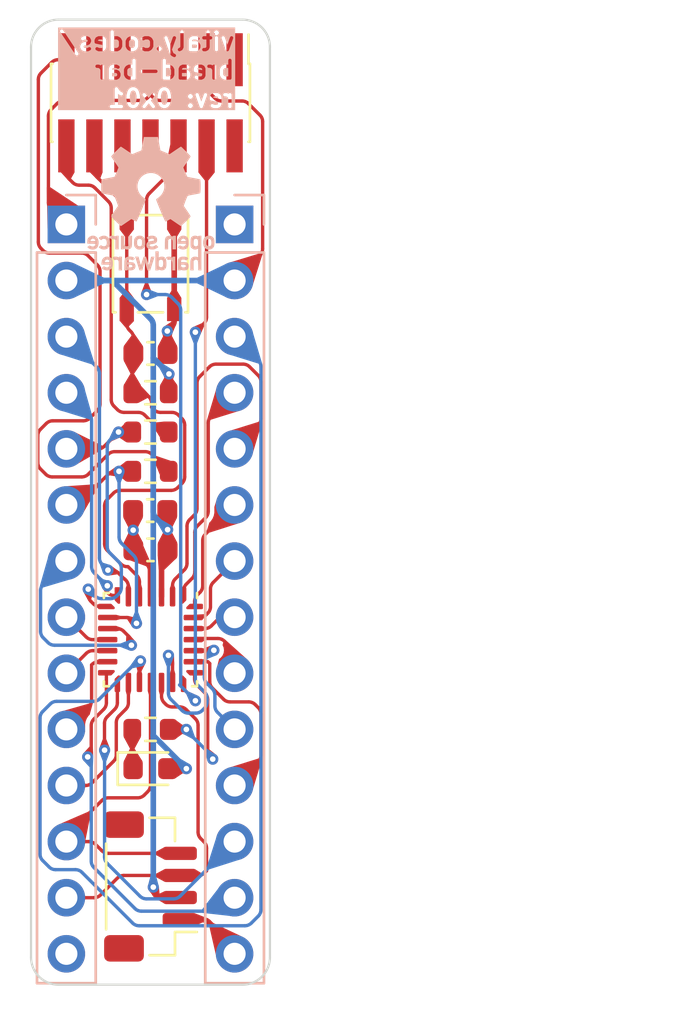
<source format=kicad_pcb>
(kicad_pcb (version 20221018) (generator pcbnew)
  (layers (0 "F.Cu" signal) (1 "In1.Cu" signal) (2 "In2.Cu" signal) (31 "B.Cu" signal) (34 "B.Paste" user) (35 "F.Paste" user) (36 "B.SilkS" user "B.Silkscreen") (37 "F.SilkS" user "F.Silkscreen") (38 "B.Mask" user) (39 "F.Mask" user) (44 "Edge.Cuts" user))
  (net 0 "")
  (net 1 "/~{RST}")
  (net 2 "GND")
  (net 3 "Net-(D1-K)")
  (net 4 "VDD")
  (net 5 "/SWD_IO")
  (net 6 "/SWD_CLK")
  (net 7 "/PA0")
  (net 8 "/PA1")
  (net 9 "/PA2")
  (net 10 "/PA3")
  (net 11 "/PA4")
  (net 12 "/PA5")
  (net 13 "/PA6")
  (net 14 "/PA7")
  (net 15 "/PA8")
  (net 16 "/PB0")
  (net 17 "/PB1")
  (net 18 "/PB3")
  (net 19 "/PB4")
  (net 20 "/PB5")
  (net 21 "/PB6")
  (net 22 "/PB7")
  (net 23 "/PB8")
  (net 24 "Net-(U1-PA15)")
  (net 25 "/I2C_SCL")
  (net 26 "/I2C_SDA")
  (net 27 "/PC6")
  (net 28 "/PC14")
  (net 29 "/PC15")
  (net 35 "Net-(J4-VCP_RX)")
  (net 36 "Net-(J4-VCP_TX)")
  (footprint "Resistor_SMD:R_0603_1608Metric" (layer "F.Cu") (at 76.2 93.98)
    (fp_text reference "R1" hide)
    (fp_text value "1K")
  )
  (footprint "Resistor_SMD:R_0603_1608Metric" (layer "F.Cu") (at 76.2 95.758)
    (fp_text reference "R4" hide)
    (fp_text value "220R")
  )
  (footprint "Connector_PinHeader_1.27mm:PinHeader_2x07_P1.27mm_Vertical_SMD" (layer "F.Cu") (at 76.2 80.854 -90)
    (fp_text reference "J4" hide)
    (fp_text value "Conn_ST_STDC14")
  )
  (footprint "Resistor_SMD:R_0603_1608Metric" (layer "F.Cu") (at 76.2 97.536)
    (fp_text reference "R3" hide)
    (fp_text value "220R")
  )
  (footprint "Resistor_SMD:R_0603_1608Metric" (layer "F.Cu") (at 76.2 109.22 180)
    (fp_text reference "R2" hide)
    (fp_text value "1K")
  )
  (footprint "LED_SMD:LED_0603_1608Metric" (layer "F.Cu") (at 76.2 110.998)
    (fp_text reference "D1" hide)
    (fp_text value "LED")
  )
  (footprint "Button_Switch_SMD:SW_SPST_PTS810" (layer "F.Cu") (at 76.2 88.138 -90)
    (fp_text reference "SW1" hide)
    (fp_text value "Reset")
  )
  (footprint "Capacitor_SMD:C_0603_1608Metric" (layer "F.Cu") (at 76.2 92.202)
    (fp_text reference "C3" hide)
    (fp_text value "1nF")
  )
  (footprint "Capacitor_SMD:C_0603_1608Metric" (layer "F.Cu") (at 76.2 101.092 180)
    (fp_text reference "C1" hide)
    (fp_text value "100nF")
  )
  (footprint "Connector_JST:JST_SH_BM04B-SRSS-TB_1x04-1MP_P1.00mm_Vertical" (layer "F.Cu") (at 76.2 116.332 90)
    (fp_text reference "J1" hide)
    (fp_text value "QWIIC")
  )
  (footprint "Package_DFN_QFN:QFN-28_4x4mm_P0.5mm" (layer "F.Cu") (at 76.2 105.156 -90)
    (fp_text reference "U1" hide)
    (fp_text value "STM32G031G_4-6-8_Ux")
  )
  (footprint "Capacitor_SMD:C_0603_1608Metric" (layer "F.Cu") (at 76.187 99.314 180)
    (fp_text reference "C2" hide)
    (fp_text value "10uF")
  )
  (footprint "Connector_PinHeader_2.54mm:PinHeader_1x14_P2.54mm_Vertical" (layer "B.Cu") (at 72.39 86.36 180)
    (fp_text reference "J2" hide)
    (fp_text value "Left")
  )
  (footprint "Connector_PinHeader_2.54mm:PinHeader_1x14_P2.54mm_Vertical" (layer "B.Cu") (at 80.01 86.36 180)
    (fp_text reference "J3" hide)
    (fp_text value "Right")
  )
  (footprint "Symbol:OSHW-Logo_5.7x6mm_SilkScreen" (layer "B.Cu") (at 76.2254 85.4202 180)
    (fp_text reference "REF**" hide)
    (fp_text value "OSHW-Logo_5.7x6mm_SilkScreen" hide)
  )
  (gr_line (start 81.6102 78.329) (end 81.6102 119.537) (stroke (width 0.1)) (layer "Edge.Cuts"))
  (gr_arc (start 81.6102 119.537) (mid 81.247012 120.413812) (end 80.3702 120.777) (stroke (width 0.1)) (layer "Edge.Cuts"))
  (gr_line (start 70.7898 119.537) (end 70.7898 78.329) (stroke (width 0.1)) (layer "Edge.Cuts"))
  (gr_arc (start 70.7898 78.329) (mid 71.152988 77.452188) (end 72.0298 77.089) (stroke (width 0.1)) (layer "Edge.Cuts"))
  (gr_arc (start 72.0298 120.777) (mid 71.152988 120.413812) (end 70.7898 119.537) (stroke (width 0.1)) (layer "Edge.Cuts"))
  (gr_line (start 72.0298 77.089) (end 80.3702 77.089) (stroke (width 0.1)) (layer "Edge.Cuts"))
  (gr_line (start 80.3702 120.777) (end 72.0298 120.777) (stroke (width 0.1)) (layer "Edge.Cuts"))
  (gr_arc (start 80.3702 77.089) (mid 81.247012 77.452188) (end 81.6102 78.329) (stroke (width 0.1)) (layer "Edge.Cuts"))
  (gr_text "    vitaly.codes/    \n    bread-bar\n    rev: 0x01" (at 82.5246 81.1276) (layer "B.SilkS" knockout) (effects (font (size 0.8 0.8)) (justify left bottom mirror)))
  (segment (start 74.1204 100.81963) (end 74.1204 99.10377) (width 0.1524) (layer "F.Cu") (net 1))
  (segment (start 74.857785 101.730985) (end 74.243415 101.116615) (width 0.1524) (layer "F.Cu") (net 1))
  (segment (start 77.16903 94.869) (end 76.65337 94.869) (width 0.1524) (layer "F.Cu") (net 1))
  (segment (start 75.438 91.51237) (end 75.438 92.189) (width 0.1524) (layer "F.Cu") (net 1))
  (segment (start 77.626385 95.152385) (end 77.466015 94.992015) (width 0.1524) (layer "F.Cu") (net 1))
  (segment (start 76.356385 94.745985) (end 76.2508 94.6404) (width 0.1524) (layer "F.Cu") (net 1))
  (segment (start 76.127785 94.161785) (end 76.069015 94.103015) (width 0.1524) (layer "F.Cu") (net 1))
  (segment (start 77.7494 97.786078) (end 77.7494 95.44937) (width 0.1524) (layer "F.Cu") (net 1))
  (segment (start 74.243415 98.806785) (end 74.527585 98.522615) (width 0.1524) (layer "F.Cu") (net 1))
  (segment (start 73.783015 84.222415) (end 75.001985 85.441385) (width 0.1524) (layer "F.Cu") (net 1))
  (segment (start 75.375 92.252) (end 75.425 92.202) (width 0.1524) (layer "F.Cu") (net 1))
  (segment (start 75.375 93.98) (end 75.375 92.252) (width 0.1524) (layer "F.Cu") (net 1))
  (segment (start 74.82457 98.3996) (end 77.135878 98.3996) (width 0.1524) (layer "F.Cu") (net 1))
  (segment (start 75.7 103.2185) (end 75.7 102.54397) (width 0.1524) (layer "F.Cu") (net 1))
  (segment (start 75.184 101.854) (end 75.15477 101.854) (width 0.1524) (layer "F.Cu") (net 1))
  (segment (start 75.438 92.189) (end 75.425 92.202) (width 0.1524) (layer "F.Cu") (net 1))
  (segment (start 76.2508 94.6404) (end 76.2508 94.45877) (width 0.1524) (layer "F.Cu") (net 1))
  (segment (start 75.125 85.73837) (end 75.125 86.063) (width 0.1524) (layer "F.Cu") (net 1))
  (segment (start 75.125 90.213) (end 75.125 86.063) (width 0.1524) (layer "F.Cu") (net 1))
  (segment (start 75.77203 93.98) (end 75.375 93.98) (width 0.1524) (layer "F.Cu") (net 1))
  (segment (start 77.432863 98.276585) (end 77.626385 98.083063) (width 0.1524) (layer "F.Cu") (net 1))
  (segment (start 75.248015 91.148415) (end 75.314985 91.215385) (width 0.1524) (layer "F.Cu") (net 1))
  (segment (start 75.576985 102.246985) (end 75.184 101.854) (width 0.1524) (layer "F.Cu") (net 1))
  (segment (start 73.66 82.804) (end 73.66 83.92543) (width 0.1524) (layer "F.Cu") (net 1))
  (segment (start 75.125 90.213) (end 75.125 90.85143) (width 0.1524) (layer "F.Cu") (net 1))
  (arc (start 73.66 83.92543) (mid 73.691971 84.086157) (end 73.783015 84.222415) (width 0.1524) (layer "F.Cu") (net 1))
  (arc (start 77.7494 97.786078) (mid 77.717429 97.946805) (end 77.626385 98.083063) (width 0.1524) (layer "F.Cu") (net 1))
  (arc (start 76.2508 94.45877) (mid 76.218829 94.298043) (end 76.127785 94.161785) (width 0.1524) (layer "F.Cu") (net 1))
  (arc (start 75.438 91.51237) (mid 75.406029 91.351643) (end 75.314985 91.215385) (width 0.1524) (layer "F.Cu") (net 1))
  (arc (start 74.243415 98.806785) (mid 74.15237 98.943043) (end 74.1204 99.10377) (width 0.1524) (layer "F.Cu") (net 1))
  (arc (start 74.857785 101.730985) (mid 74.994043 101.82203) (end 75.15477 101.854) (width 0.1524) (layer "F.Cu") (net 1))
  (arc (start 74.82457 98.3996) (mid 74.663843 98.431571) (end 74.527585 98.522615) (width 0.1524) (layer "F.Cu") (net 1))
  (arc (start 74.1204 100.81963) (mid 74.152371 100.980357) (end 74.243415 101.116615) (width 0.1524) (layer "F.Cu") (net 1))
  (arc (start 76.65337 94.869) (mid 76.492643 94.837029) (end 76.356385 94.745985) (width 0.1524) (layer "F.Cu") (net 1))
  (arc (start 75.125 85.73837) (mid 75.093029 85.577643) (end 75.001985 85.441385) (width 0.1524) (layer "F.Cu") (net 1))
  (arc (start 75.125 90.85143) (mid 75.156971 91.012157) (end 75.248015 91.148415) (width 0.1524) (layer "F.Cu") (net 1))
  (arc (start 77.7494 95.44937) (mid 77.717429 95.288643) (end 77.626385 95.152385) (width 0.1524) (layer "F.Cu") (net 1))
  (arc (start 75.7 102.54397) (mid 75.668029 102.383243) (end 75.576985 102.246985) (width 0.1524) (layer "F.Cu") (net 1))
  (arc (start 77.135878 98.3996) (mid 77.296605 98.367629) (end 77.432863 98.276585) (width 0.1524) (layer "F.Cu") (net 1))
  (arc (start 75.77203 93.98) (mid 75.932757 94.011971) (end 76.069015 94.103015) (width 0.1524) (layer "F.Cu") (net 1))
  (arc (start 77.16903 94.869) (mid 77.329757 94.900971) (end 77.466015 94.992015) (width 0.1524) (layer "F.Cu") (net 1))
  (segment (start 76.076985 101.730985) (end 75.438 101.092) (width 0.254) (layer "F.Cu") (net 2))
  (segment (start 75.412 100.196854) (end 75.412 99.314) (width 0.254) (layer "F.Cu") (net 2))
  (segment (start 77.47 80.5434) (end 77.47 78.904) (width 0.1524) (layer "F.Cu") (net 2))
  (segment (start 78.839015 117.955015) (end 79.886985 119.002985) (width 0.254) (layer "F.Cu") (net 2))
  (segment (start 76.62797 80.7466) (end 77.09283 80.7466) (width 0.1524) (layer "F.Cu") (net 2))
  (segment (start 80.01 119.29997) (end 80.01 119.38) (width 0.254) (layer "F.Cu") (net 2))
  (segment (start 77.525 117.832) (end 78.54203 117.832) (width 0.254) (layer "F.Cu") (net 2))
  (segment (start 75.412 101.079) (end 75.425 101.092) (width 0.254) (layer "F.Cu") (net 2))
  (segment (start 77.275 90.213) (end 77.275 86.063) (width 0.254) (layer "F.Cu") (net 2))
  (segment (start 77.275 90.69903) (end 77.275 90.213) (width 0.254) (layer "F.Cu") (net 2))
  (segment (start 76.975 91.199) (end 76.975 92.202) (width 0.254) (layer "F.Cu") (net 2))
  (segment (start 75.415971 100.200825) (end 75.412 100.196854) (width 0.254) (layer "F.Cu") (net 2))
  (segment (start 71.5772 81.45397) (end 71.5772 85.37323) (width 0.1524) (layer "F.Cu") (net 2))
  (segment (start 75.415971 100.200825) (end 75.412 100.204796) (width 0.254) (layer "F.Cu") (net 2))
  (segment (start 76.962 91.186) (end 76.975 91.199) (width 0.254) (layer "F.Cu") (net 2))
  (segment (start 76.2 80.4926) (end 76.330985 80.623585) (width 0.1524) (layer "F.Cu") (net 2))
  (segment (start 76.069015 80.623585) (end 76.2 80.4926) (width 0.1524) (layer "F.Cu") (net 2))
  (segment (start 76.962 91.186) (end 77.151985 90.996015) (width 0.254) (layer "F.Cu") (net 2))
  (segment (start 76.2 103.2185) (end 76.2 102.02797) (width 0.254) (layer "F.Cu") (net 2))
  (segment (start 75.412 100.204796) (end 75.412 101.079) (width 0.254) (layer "F.Cu") (net 2))
  (segment (start 76.2 80.4164) (end 76.2 78.904) (width 0.1524) (layer "F.Cu") (net 2))
  (segment (start 71.962185 80.895015) (end 71.700215 81.156985) (width 0.1524) (layer "F.Cu") (net 2))
  (segment (start 73.66 80.5322) (end 73.751385 80.623585) (width 0.1524) (layer "F.Cu") (net 2))
  (segment (start 71.700215 85.670215) (end 72.39 86.36) (width 0.1524) (layer "F.Cu") (net 2))
  (segment (start 73.66 80.5322) (end 73.543215 80.648985) (width 0.1524) (layer "F.Cu") (net 2))
  (segment (start 73.66 78.904) (end 73.66 80.5322) (width 0.1524) (layer "F.Cu") (net 2))
  (segment (start 75.438 101.092) (end 75.425 101.092) (width 0.254) (layer "F.Cu") (net 2))
  (segment (start 74.04837 80.7466) (end 75.77203 80.7466) (width 0.1524) (layer "F.Cu") (net 2))
  (segment (start 73.24623 80.772) (end 72.25917 80.772) (width 0.1524) (layer "F.Cu") (net 2))
  (segment (start 77.389815 80.623585) (end 77.47 80.5434) (width 0.1524) (layer "F.Cu") (net 2))
  (segment (start 76.2 80.4926) (end 76.2 80.4164) (width 0.1524) (layer "F.Cu") (net 2))
  (via (at 76.962 91.186) (size 0.508) (drill 0.254) (layers "F.Cu" "B.Cu") (net 2))
  (via (at 75.415971 100.200825) (size 0.508) (drill 0.254) (layers "F.Cu" "B.Cu") (net 2))
  (arc (start 76.2 102.02797) (mid 76.168029 101.867243) (end 76.076985 101.730985) (width 0.254) (layer "F.Cu") (net 2))
  (arc (start 75.77203 80.7466) (mid 75.932757 80.714629) (end 76.069015 80.623585) (width 0.1524) (layer "F.Cu") (net 2))
  (arc (start 78.839015 117.955015) (mid 78.702757 117.86397) (end 78.54203 117.832) (width 0.254) (layer "F.Cu") (net 2))
  (arc (start 74.04837 80.7466) (mid 73.887643 80.714629) (end 73.751385 80.623585) (width 0.1524) (layer "F.Cu") (net 2))
  (arc (start 73.24623 80.772) (mid 73.406957 80.740029) (end 73.543215 80.648985) (width 0.1524) (layer "F.Cu") (net 2))
  (arc (start 77.389815 80.623585) (mid 77.253557 80.71463) (end 77.09283 80.7466) (width 0.1524) (layer "F.Cu") (net 2))
  (arc (start 77.151985 90.996015) (mid 77.24303 90.859757) (end 77.275 90.69903) (width 0.254) (layer "F.Cu") (net 2))
  (arc (start 71.700215 85.670215) (mid 71.60917 85.533957) (end 71.5772 85.37323) (width 0.1524) (layer "F.Cu") (net 2))
  (arc (start 80.01 119.29997) (mid 79.978029 119.139243) (end 79.886985 119.002985) (width 0.254) (layer "F.Cu") (net 2))
  (arc (start 71.700215 81.156985) (mid 71.60917 81.293243) (end 71.5772 81.45397) (width 0.1524) (layer "F.Cu") (net 2))
  (arc (start 76.62797 80.7466) (mid 76.467243 80.714629) (end 76.330985 80.623585) (width 0.1524) (layer "F.Cu") (net 2))
  (arc (start 72.25917 80.772) (mid 72.098443 80.803971) (end 71.962185 80.895015) (width 0.1524) (layer "F.Cu") (net 2))
  (segment (start 75.375 110.9605) (end 75.4125 110.998) (width 0.2032) (layer "F.Cu") (net 3))
  (segment (start 75.375 109.22) (end 75.375 110.9605) (width 0.2032) (layer "F.Cu") (net 3))
  (segment (start 76.962 99.314) (end 76.962 100.1646) (width 0.254) (layer "F.Cu") (net 4))
  (segment (start 78.74 78.904) (end 78.74 80.09003) (width 0.1524) (layer "F.Cu") (net 4))
  (segment (start 78.863015 80.387015) (end 79.124985 80.648985) (width 0.1524) (layer "F.Cu") (net 4))
  (segment (start 76.975 99.327) (end 76.962 99.314) (width 0.254) (layer "F.Cu") (net 4))
  (segment (start 77.025 93.98) (end 77.025 93.1437) (width 0.2032) (layer "F.Cu") (net 4))
  (segment (start 77.025 93.1437) (end 77.0382 93.1305) (width 0.2032) (layer "F.Cu") (net 4))
  (segment (start 76.450015 116.734415) (end 76.5476 116.832) (width 0.254) (layer "F.Cu") (net 4))
  (segment (start 76.962 100.1646) (end 76.975 100.1776) (width 0.254) (layer "F.Cu") (net 4))
  (segment (start 77.8256 110.998) (end 76.9875 110.998) (width 0.2032) (layer "F.Cu") (net 4))
  (segment (start 79.42197 80.772) (end 80.34403 80.772) (width 0.1524) (layer "F.Cu") (net 4))
  (segment (start 76.327 116.3617) (end 76.327 116.43743) (width 0.254) (layer "F.Cu") (net 4))
  (segment (start 76.975 101.15903) (end 76.975 101.092) (width 0.254) (layer "F.Cu") (net 4))
  (segment (start 76.7 103.2185) (end 76.7 101.78197) (width 0.254) (layer "F.Cu") (net 4))
  (segment (start 81.156985 87.753015) (end 80.01 88.9) (width 0.1524) (layer "F.Cu") (net 4))
  (segment (start 76.975 101.092) (end 76.975 99.327) (width 0.254) (layer "F.Cu") (net 4))
  (segment (start 80.641015 80.895015) (end 81.156985 81.410985) (width 0.1524) (layer "F.Cu") (net 4))
  (segment (start 76.823015 101.484985) (end 76.851985 101.456015) (width 0.254) (layer "F.Cu") (net 4))
  (segment (start 81.28 81.70797) (end 81.28 87.45603) (width 0.1524) (layer "F.Cu") (net 4))
  (segment (start 76.5476 116.832) (end 77.525 116.832) (width 0.254) (layer "F.Cu") (net 4))
  (via (at 77.8256 110.998) (size 0.508) (drill 0.254) (layers "F.Cu" "B.Cu") (net 4))
  (via (at 77.0382 93.1305) (size 0.508) (drill 0.254) (layers "F.Cu" "B.Cu") (net 4))
  (via (at 76.975 100.1776) (size 0.508) (drill 0.254) (layers "F.Cu" "B.Cu") (net 4))
  (via (at 76.327 116.3617) (size 0.508) (drill 0.254) (layers "F.Cu" "B.Cu") (net 4))
  (arc (start 76.851985 101.456015) (mid 76.94303 101.319757) (end 76.975 101.15903) (width 0.254) (layer "F.Cu") (net 4))
  (arc (start 78.74 80.09003) (mid 78.771971 80.250757) (end 78.863015 80.387015) (width 0.1524) (layer "F.Cu") (net 4))
  (arc (start 79.124985 80.648985) (mid 79.261243 80.74003) (end 79.42197 80.772) (width 0.1524) (layer "F.Cu") (net 4))
  (arc (start 81.156985 81.410985) (mid 81.24803 81.547243) (end 81.28 81.70797) (width 0.1524) (layer "F.Cu") (net 4))
  (arc (start 76.450015 116.734415) (mid 76.35897 116.598157) (end 76.327 116.43743) (width 0.254) (layer "F.Cu") (net 4))
  (arc (start 80.641015 80.895015) (mid 80.504757 80.80397) (end 80.34403 80.772) (width 0.1524) (layer "F.Cu") (net 4))
  (arc (start 76.7 101.78197) (mid 76.731971 101.621243) (end 76.823015 101.484985) (width 0.254) (layer "F.Cu") (net 4))
  (arc (start 81.28 87.45603) (mid 81.248029 87.616757) (end 81.156985 87.753015) (width 0.1524) (layer "F.Cu") (net 4))
  (segment (start 80.01 88.9) (end 72.39 88.9) (width 0.254) (layer "B.Cu") (net 4))
  (segment (start 76.327 109.474) (end 76.327 116.3617) (width 0.254) (layer "B.Cu") (net 4))
  (segment (start 77.0382 93.1164) (end 76.327 92.4052) (width 0.254) (layer "B.Cu") (net 4))
  (segment (start 76.327 99.35563) (end 76.327 97.028) (width 0.254) (layer "B.Cu") (net 4))
  (segment (start 76.327 109.4994) (end 76.327 109.474) (width 0.254) (layer "B.Cu") (net 4))
  (segment (start 77.0382 93.1305) (end 77.0382 93.1164) (width 0.2032) (layer "B.Cu") (net 4))
  (segment (start 76.327 109.474) (end 76.327 97.028) (width 0.254) (layer "B.Cu") (net 4))
  (segment (start 76.975 100.1776) (end 76.450015 99.652615) (width 0.254) (layer "B.Cu") (net 4))
  (segment (start 76.327 92.4052) (end 76.327 90.92817) (width 0.254) (layer "B.Cu") (net 4))
  (segment (start 77.8256 110.998) (end 76.327 109.4994) (width 0.254) (layer "B.Cu") (net 4))
  (segment (start 76.203985 90.631185) (end 74.595815 89.023015) (width 0.254) (layer "B.Cu") (net 4))
  (segment (start 76.327 97.028) (end 76.327 92.4052) (width 0.254) (layer "B.Cu") (net 4))
  (segment (start 74.29883 88.9) (end 72.39 88.9) (width 0.254) (layer "B.Cu") (net 4))
  (arc (start 76.327 90.92817) (mid 76.295029 90.767443) (end 76.203985 90.631185) (width 0.254) (layer "B.Cu") (net 4))
  (arc (start 74.595815 89.023015) (mid 74.459557 88.93197) (end 74.29883 88.9) (width 0.254) (layer "B.Cu") (net 4))
  (arc (start 76.327 99.35563) (mid 76.358971 99.516357) (end 76.450015 99.652615) (width 0.254) (layer "B.Cu") (net 4))
  (segment (start 77.0128 105.8672) (end 77.076985 105.931385) (width 0.1524) (layer "F.Cu") (net 5))
  (segment (start 78.74 90.55483) (end 78.74 82.804) (width 0.1524) (layer "F.Cu") (net 5))
  (segment (start 77.2 106.22837) (end 77.2 107.0935) (width 0.1524) (layer "F.Cu") (net 5))
  (segment (start 78.232 91.2368) (end 78.616985 90.851815) (width 0.1524) (layer "F.Cu") (net 5))
  (via (at 77.0128 105.8672) (size 0.508) (drill 0.254) (layers "F.Cu" "B.Cu") (net 5))
  (via (at 78.232 91.2368) (size 0.508) (drill 0.254) (layers "F.Cu" "B.Cu") (net 5))
  (arc (start 77.076985 105.931385) (mid 77.16803 106.067643) (end 77.2 106.22837) (width 0.1524) (layer "F.Cu") (net 5))
  (arc (start 78.74 90.55483) (mid 78.708029 90.715557) (end 78.616985 90.851815) (width 0.1524) (layer "F.Cu") (net 5))
  (segment (start 78.7654 107.81917) (end 78.7654 107.967755) (width 0.1524) (layer "B.Cu") (net 5))
  (segment (start 77.626385 108.360385) (end 77.135815 107.869815) (width 0.1524) (layer "B.Cu") (net 5))
  (segment (start 78.355015 107.234815) (end 78.642385 107.522185) (width 0.1524) (layer "B.Cu") (net 5))
  (segment (start 78.642385 108.26474) (end 78.54674 108.360385) (width 0.1524) (layer "B.Cu") (net 5))
  (segment (start 78.249755 108.4834) (end 77.92337 108.4834) (width 0.1524) (layer "B.Cu") (net 5))
  (segment (start 78.232 91.2368) (end 78.232 106.93783) (width 0.1524) (layer "B.Cu") (net 5))
  (segment (start 77.0128 107.57283) (end 77.0128 105.8672) (width 0.1524) (layer "B.Cu") (net 5))
  (arc (start 77.135815 107.869815) (mid 77.04477 107.733557) (end 77.0128 107.57283) (width 0.1524) (layer "B.Cu") (net 5))
  (arc (start 78.249755 108.4834) (mid 78.410482 108.451429) (end 78.54674 108.360385) (width 0.1524) (layer "B.Cu") (net 5))
  (arc (start 78.355015 107.234815) (mid 78.26397 107.098557) (end 78.232 106.93783) (width 0.1524) (layer "B.Cu") (net 5))
  (arc (start 77.92337 108.4834) (mid 77.762643 108.451429) (end 77.626385 108.360385) (width 0.1524) (layer "B.Cu") (net 5))
  (arc (start 78.642385 107.522185) (mid 78.73343 107.658443) (end 78.7654 107.81917) (width 0.1524) (layer "B.Cu") (net 5))
  (arc (start 78.7654 107.967755) (mid 78.733429 108.128482) (end 78.642385 108.26474) (width 0.1524) (layer "B.Cu") (net 5))
  (segment (start 77.47 82.804) (end 77.47 83.46003) (width 0.1524) (layer "F.Cu") (net 6))
  (segment (start 76.0222 85.25577) (end 76.0222 89.535) (width 0.1524) (layer "F.Cu") (net 6))
  (segment (start 77.7 107.21493) (end 77.7 107.1535) (width 0.1524) (layer "F.Cu") (net 6))
  (segment (start 77.346985 83.757015) (end 76.145215 84.958785) (width 0.1524) (layer "F.Cu") (net 6))
  (segment (start 78.234204 107.923104) (end 77.823015 107.511915) (width 0.1524) (layer "F.Cu") (net 6))
  (via (at 78.234204 107.923104) (size 0.508) (drill 0.254) (layers "F.Cu" "B.Cu") (net 6))
  (via (at 76.0222 89.535) (size 0.508) (drill 0.254) (layers "F.Cu" "B.Cu") (net 6))
  (arc (start 76.145215 84.958785) (mid 76.05417 85.095043) (end 76.0222 85.25577) (width 0.1524) (layer "F.Cu") (net 6))
  (arc (start 77.346985 83.757015) (mid 77.43803 83.620757) (end 77.47 83.46003) (width 0.1524) (layer "F.Cu") (net 6))
  (arc (start 77.7 107.21493) (mid 77.731971 107.375657) (end 77.823015 107.511915) (width 0.1524) (layer "F.Cu") (net 6))
  (segment (start 77.5684 107.1621) (end 77.5684 90.23917) (width 0.1524) (layer "B.Cu") (net 6))
  (segment (start 76.86423 89.535) (end 76.0222 89.535) (width 0.1524) (layer "B.Cu") (net 6))
  (segment (start 77.5208 107.2097) (end 77.5684 107.1621) (width 0.1524) (layer "B.Cu") (net 6))
  (segment (start 78.234204 107.923104) (end 77.5208 107.2097) (width 0.1524) (layer "B.Cu") (net 6))
  (segment (start 77.445385 89.942185) (end 77.161215 89.658015) (width 0.1524) (layer "B.Cu") (net 6))
  (arc (start 77.5684 90.23917) (mid 77.536429 90.078443) (end 77.445385 89.942185) (width 0.1524) (layer "B.Cu") (net 6))
  (arc (start 76.86423 89.535) (mid 77.024957 89.566971) (end 77.161215 89.658015) (width 0.1524) (layer "B.Cu") (net 6))
  (segment (start 74.271932 102.01008) (end 74.439142 102.01008) (width 0.1524) (layer "F.Cu") (net 7))
  (segment (start 75.0284 102.4096) (end 75.076985 102.458185) (width 0.1524) (layer "F.Cu") (net 7))
  (segment (start 75.012632 102.4096) (end 75.0284 102.4096) (width 0.1524) (layer "F.Cu") (net 7))
  (segment (start 74.736127 102.133095) (end 75.012632 102.4096) (width 0.1524) (layer "F.Cu") (net 7))
  (segment (start 75.2 102.75517) (end 75.2 103.2185) (width 0.1524) (layer "F.Cu") (net 7))
  (via (at 74.271932 102.01008) (size 0.508) (drill 0.254) (layers "F.Cu" "B.Cu") (net 7))
  (arc (start 74.439142 102.01008) (mid 74.599869 102.042051) (end 74.736127 102.133095) (width 0.1524) (layer "F.Cu") (net 7))
  (arc (start 75.2 102.75517) (mid 75.168029 102.594443) (end 75.076985 102.458185) (width 0.1524) (layer "F.Cu") (net 7))
  (segment (start 73.765585 92.815585) (end 72.39 91.44) (width 0.1524) (layer "B.Cu") (net 7))
  (segment (start 73.8886 101.452778) (end 73.8886 93.11257) (width 0.1524) (layer "B.Cu") (net 7))
  (segment (start 74.271932 102.01008) (end 74.011615 101.749763) (width 0.1524) (layer "B.Cu") (net 7))
  (arc (start 74.011615 101.749763) (mid 73.92057 101.613505) (end 73.8886 101.452778) (width 0.1524) (layer "B.Cu") (net 7))
  (arc (start 73.765585 92.815585) (mid 73.85663 92.951843) (end 73.8886 93.11257) (width 0.1524) (layer "B.Cu") (net 7))
  (segment (start 74.2442 103.0224) (end 74.257285 103.035485) (width 0.1524) (layer "F.Cu") (net 8))
  (segment (start 74.55427 103.1585) (end 74.7 103.1585) (width 0.1524) (layer "F.Cu") (net 8))
  (segment (start 74.2442 102.7176) (end 74.2442 103.0224) (width 0.1524) (layer "F.Cu") (net 8))
  (via (at 74.2442 102.7176) (size 0.508) (drill 0.254) (layers "F.Cu" "B.Cu") (net 8))
  (arc (start 74.55427 103.1585) (mid 74.393543 103.126529) (end 74.257285 103.035485) (width 0.1524) (layer "F.Cu") (net 8))
  (segment (start 73.533 101.846288) (end 73.533 95.24617) (width 0.1524) (layer "B.Cu") (net 8))
  (segment (start 74.2442 102.7176) (end 74.230342 102.7176) (width 0.1524) (layer "B.Cu") (net 8))
  (segment (start 72.4408 93.98) (end 72.39 93.98) (width 0.1524) (layer "B.Cu") (net 8))
  (segment (start 73.409985 94.949185) (end 72.4408 93.98) (width 0.1524) (layer "B.Cu") (net 8))
  (segment (start 74.230342 102.7176) (end 73.656015 102.143273) (width 0.1524) (layer "B.Cu") (net 8))
  (arc (start 73.533 101.846288) (mid 73.564971 102.007015) (end 73.656015 102.143273) (width 0.1524) (layer "B.Cu") (net 8))
  (arc (start 73.409985 94.949185) (mid 73.50103 95.085443) (end 73.533 95.24617) (width 0.1524) (layer "B.Cu") (net 8))
  (segment (start 74.7522 95.758) (end 74.113215 96.396985) (width 0.1524) (layer "F.Cu") (net 9))
  (segment (start 73.90877 103.656) (end 74.2025 103.656) (width 0.1524) (layer "F.Cu") (net 9))
  (segment (start 74.7522 95.758) (end 75.375 95.758) (width 0.1524) (layer "F.Cu") (net 9))
  (segment (start 73.503615 103.424815) (end 73.611785 103.532985) (width 0.1524) (layer "F.Cu") (net 9))
  (segment (start 73.3806 102.87) (end 73.3806 103.12783) (width 0.1524) (layer "F.Cu") (net 9))
  (segment (start 73.81623 96.52) (end 72.39 96.52) (width 0.1524) (layer "F.Cu") (net 9))
  (via (at 74.7522 95.758) (size 0.508) (drill 0.254) (layers "F.Cu" "B.Cu") (net 9))
  (via (at 73.3806 102.87) (size 0.508) (drill 0.254) (layers "F.Cu" "B.Cu") (net 9))
  (arc (start 73.90877 103.656) (mid 73.748043 103.624029) (end 73.611785 103.532985) (width 0.1524) (layer "F.Cu") (net 9))
  (arc (start 73.503615 103.424815) (mid 73.41257 103.288557) (end 73.3806 103.12783) (width 0.1524) (layer "F.Cu") (net 9))
  (arc (start 73.81623 96.52) (mid 73.976957 96.488029) (end 74.113215 96.396985) (width 0.1524) (layer "F.Cu") (net 9))
  (segment (start 73.689385 103.178785) (end 73.3806 102.87) (width 0.1524) (layer "B.Cu") (net 9))
  (segment (start 74.7522 95.758) (end 74.7268 95.758) (width 0.1524) (layer "B.Cu") (net 9))
  (segment (start 74.364015 101.237215) (end 74.756185 101.629385) (width 0.1524) (layer "B.Cu") (net 9))
  (segment (start 74.756185 103.094615) (end 74.672015 103.178785) (width 0.1524) (layer "B.Cu") (net 9))
  (segment (start 74.8792 101.92637) (end 74.8792 102.79763) (width 0.1524) (layer "B.Cu") (net 9))
  (segment (start 74.37503 103.3018) (end 73.98637 103.3018) (width 0.1524) (layer "B.Cu") (net 9))
  (segment (start 74.241 96.41777) (end 74.241 100.94023) (width 0.1524) (layer "B.Cu") (net 9))
  (segment (start 74.7268 95.758) (end 74.364015 96.120785) (width 0.1524) (layer "B.Cu") (net 9))
  (arc (start 74.364015 96.120785) (mid 74.27297 96.257043) (end 74.241 96.41777) (width 0.1524) (layer "B.Cu") (net 9))
  (arc (start 73.689385 103.178785) (mid 73.825643 103.26983) (end 73.98637 103.3018) (width 0.1524) (layer "B.Cu") (net 9))
  (arc (start 74.8792 102.79763) (mid 74.847229 102.958357) (end 74.756185 103.094615) (width 0.1524) (layer "B.Cu") (net 9))
  (arc (start 74.8792 101.92637) (mid 74.847229 101.765643) (end 74.756185 101.629385) (width 0.1524) (layer "B.Cu") (net 9))
  (arc (start 74.241 100.94023) (mid 74.272971 101.100957) (end 74.364015 101.237215) (width 0.1524) (layer "B.Cu") (net 9))
  (arc (start 74.37503 103.3018) (mid 74.535757 103.269829) (end 74.672015 103.178785) (width 0.1524) (layer "B.Cu") (net 9))
  (segment (start 75.565 104.4194) (end 75.424615 104.279015) (width 0.1524) (layer "F.Cu") (net 10))
  (segment (start 75.12763 104.156) (end 74.2625 104.156) (width 0.1524) (layer "F.Cu") (net 10))
  (segment (start 74.298985 97.659015) (end 73.021015 98.936985) (width 0.1524) (layer "F.Cu") (net 10))
  (segment (start 75.375 97.536) (end 74.59597 97.536) (width 0.1524) (layer "F.Cu") (net 10))
  (segment (start 72.72403 99.06) (end 72.39 99.06) (width 0.1524) (layer "F.Cu") (net 10))
  (via (at 74.7739 97.536) (size 0.508) (drill 0.254) (layers "F.Cu" "B.Cu") (net 10))
  (via (at 75.565 104.4194) (size 0.508) (drill 0.254) (layers "F.Cu" "B.Cu") (net 10))
  (arc (start 73.021015 98.936985) (mid 72.884757 99.02803) (end 72.72403 99.06) (width 0.1524) (layer "F.Cu") (net 10))
  (arc (start 75.424615 104.279015) (mid 75.288357 104.18797) (end 75.12763 104.156) (width 0.1524) (layer "F.Cu") (net 10))
  (arc (start 74.298985 97.659015) (mid 74.435243 97.56797) (end 74.59597 97.536) (width 0.1524) (layer "F.Cu") (net 10))
  (segment (start 75.441985 101.349985) (end 74.900615 100.808615) (width 0.1524) (layer "B.Cu") (net 10))
  (segment (start 74.7776 100.51163) (end 74.7776 97.5397) (width 0.1524) (layer "B.Cu") (net 10))
  (segment (start 74.7776 97.5397) (end 74.7739 97.536) (width 0.1524) (layer "B.Cu") (net 10))
  (segment (start 75.565 104.4194) (end 75.565 101.64697) (width 0.1524) (layer "B.Cu") (net 10))
  (arc (start 75.565 101.64697) (mid 75.533029 101.486243) (end 75.441985 101.349985) (width 0.1524) (layer "B.Cu") (net 10))
  (arc (start 74.7776 100.51163) (mid 74.809571 100.672357) (end 74.900615 100.808615) (width 0.1524) (layer "B.Cu") (net 10))
  (segment (start 75.213385 105.007585) (end 74.984815 104.779015) (width 0.1524) (layer "F.Cu") (net 11))
  (segment (start 75.3364 105.41) (end 75.3364 105.30457) (width 0.1524) (layer "F.Cu") (net 11))
  (segment (start 74.68783 104.656) (end 74.2625 104.656) (width 0.1524) (layer "F.Cu") (net 11))
  (via (at 75.3364 105.41) (size 0.508) (drill 0.254) (layers "F.Cu" "B.Cu") (net 11))
  (arc (start 75.3364 105.30457) (mid 75.304429 105.143843) (end 75.213385 105.007585) (width 0.1524) (layer "F.Cu") (net 11))
  (arc (start 74.68783 104.656) (mid 74.848557 104.687971) (end 74.984815 104.779015) (width 0.1524) (layer "F.Cu") (net 11))
  (segment (start 71.2216 104.77883) (end 71.2216 102.94237) (width 0.1524) (layer "B.Cu") (net 11))
  (segment (start 71.555785 105.286985) (end 71.344615 105.075815) (width 0.1524) (layer "B.Cu") (net 11))
  (segment (start 75.3364 105.41) (end 71.85277 105.41) (width 0.1524) (layer "B.Cu") (net 11))
  (segment (start 71.344615 102.645385) (end 72.39 101.6) (width 0.1524) (layer "B.Cu") (net 11))
  (arc (start 71.344615 105.075815) (mid 71.25357 104.939557) (end 71.2216 104.77883) (width 0.1524) (layer "B.Cu") (net 11))
  (arc (start 71.344615 102.645385) (mid 71.25357 102.781643) (end 71.2216 102.94237) (width 0.1524) (layer "B.Cu") (net 11))
  (arc (start 71.555785 105.286985) (mid 71.692043 105.37803) (end 71.85277 105.41) (width 0.1524) (layer "B.Cu") (net 11))
  (segment (start 74.2625 105.156) (end 73.57997 105.156) (width 0.1524) (layer "F.Cu") (net 12))
  (segment (start 73.282985 105.032985) (end 72.39 104.14) (width 0.1524) (layer "F.Cu") (net 12))
  (arc (start 73.57997 105.156) (mid 73.419243 105.124029) (end 73.282985 105.032985) (width 0.1524) (layer "F.Cu") (net 12))
  (segment (start 73.290985 105.779015) (end 72.39 106.68) (width 0.1524) (layer "F.Cu") (net 13))
  (segment (start 74.2625 105.656) (end 73.58797 105.656) (width 0.1524) (layer "F.Cu") (net 13))
  (arc (start 73.290985 105.779015) (mid 73.427243 105.68797) (end 73.58797 105.656) (width 0.1524) (layer "F.Cu") (net 13))
  (segment (start 74.2625 106.156) (end 73.84997 106.156) (width 0.1524) (layer "F.Cu") (net 14))
  (segment (start 73.533 106.299) (end 73.533 107.90303) (width 0.1524) (layer "F.Cu") (net 14))
  (segment (start 73.552985 106.279015) (end 73.533 106.299) (width 0.1524) (layer "F.Cu") (net 14))
  (segment (start 73.409985 108.200015) (end 72.39 109.22) (width 0.1524) (layer "F.Cu") (net 14))
  (arc (start 73.84997 106.156) (mid 73.689243 106.187971) (end 73.552985 106.279015) (width 0.1524) (layer "F.Cu") (net 14))
  (arc (start 73.409985 108.200015) (mid 73.50103 108.063757) (end 73.533 107.90303) (width 0.1524) (layer "F.Cu") (net 14))
  (segment (start 75.076985 108.311015) (end 74.773615 108.614385) (width 0.1524) (layer "F.Cu") (net 15))
  (segment (start 74.527585 110.663815) (end 73.554415 111.636985) (width 0.1524) (layer "F.Cu") (net 15))
  (segment (start 75.2 107.0935) (end 75.2 108.01403) (width 0.1524) (layer "F.Cu") (net 15))
  (segment (start 73.25743 111.76) (end 72.39 111.76) (width 0.1524) (layer "F.Cu") (net 15))
  (segment (start 74.6506 108.91137) (end 74.6506 110.36683) (width 0.1524) (layer "F.Cu") (net 15))
  (arc (start 75.2 108.01403) (mid 75.168029 108.174757) (end 75.076985 108.311015) (width 0.1524) (layer "F.Cu") (net 15))
  (arc (start 73.554415 111.636985) (mid 73.418157 111.72803) (end 73.25743 111.76) (width 0.1524) (layer "F.Cu") (net 15))
  (arc (start 74.6506 108.91137) (mid 74.682571 108.750643) (end 74.773615 108.614385) (width 0.1524) (layer "F.Cu") (net 15))
  (arc (start 74.527585 110.663815) (mid 74.61863 110.527557) (end 74.6506 110.36683) (width 0.1524) (layer "F.Cu") (net 15))
  (segment (start 73.393185 110.426615) (end 73.3552 110.4646) (width 0.1524) (layer "F.Cu") (net 16))
  (segment (start 73.5162 109.049034) (end 73.5162 110.12963) (width 0.1524) (layer "F.Cu") (net 16))
  (segment (start 74.2025 106.656) (end 74.2025 108.014794) (width 0.1524) (layer "F.Cu") (net 16))
  (segment (start 74.079485 108.311779) (end 73.639215 108.752049) (width 0.1524) (layer "F.Cu") (net 16))
  (via (at 73.3552 110.4646) (size 0.508) (drill 0.254) (layers "F.Cu" "B.Cu") (net 16))
  (arc (start 74.079485 108.311779) (mid 74.17053 108.175521) (end 74.2025 108.014794) (width 0.1524) (layer "F.Cu") (net 16))
  (arc (start 73.5162 109.049034) (mid 73.548171 108.888307) (end 73.639215 108.752049) (width 0.1524) (layer "F.Cu") (net 16))
  (arc (start 73.5162 110.12963) (mid 73.484229 110.290357) (end 73.393185 110.426615) (width 0.1524) (layer "F.Cu") (net 16))
  (segment (start 79.523415 117.326585) (end 80.01 116.84) (width 0.1524) (layer "B.Cu") (net 16))
  (segment (start 73.639215 115.473015) (end 75.492785 117.326585) (width 0.1524) (layer "B.Cu") (net 16))
  (segment (start 73.5162 110.79957) (end 73.5162 115.17603) (width 0.1524) (layer "B.Cu") (net 16))
  (segment (start 75.78977 117.4496) (end 79.22643 117.4496) (width 0.1524) (layer "B.Cu") (net 16))
  (segment (start 73.3552 110.4646) (end 73.393185 110.502585) (width 0.1524) (layer "B.Cu") (net 16))
  (arc (start 75.78977 117.4496) (mid 75.629043 117.417629) (end 75.492785 117.326585) (width 0.1524) (layer "B.Cu") (net 16))
  (arc (start 73.393185 110.502585) (mid 73.48423 110.638843) (end 73.5162 110.79957) (width 0.1524) (layer "B.Cu") (net 16))
  (arc (start 79.523415 117.326585) (mid 79.387157 117.41763) (end 79.22643 117.4496) (width 0.1524) (layer "B.Cu") (net 16))
  (arc (start 73.639215 115.473015) (mid 73.54817 115.336757) (end 73.5162 115.17603) (width 0.1524) (layer "B.Cu") (net 16))
  (segment (start 74.240215 108.649417) (end 74.576985 108.312647) (width 0.1524) (layer "F.Cu") (net 17))
  (segment (start 74.7 108.015662) (end 74.7 107.1535) (width 0.1524) (layer "F.Cu") (net 17))
  (segment (start 74.1172 110.1561) (end 74.1172 108.946402) (width 0.1524) (layer "F.Cu") (net 17))
  (segment (start 74.1209 110.1598) (end 74.1172 110.1561) (width 0.1524) (layer "F.Cu") (net 17))
  (via (at 74.1209 110.1598) (size 0.508) (drill 0.254) (layers "F.Cu" "B.Cu") (net 17))
  (arc (start 74.576985 108.312647) (mid 74.66803 108.176389) (end 74.7 108.015662) (width 0.1524) (layer "F.Cu") (net 17))
  (arc (start 74.240215 108.649417) (mid 74.14917 108.785675) (end 74.1172 108.946402) (width 0.1524) (layer "F.Cu") (net 17))
  (segment (start 74.243915 115.290315) (end 75.722485 116.768885) (width 0.1524) (layer "B.Cu") (net 17))
  (segment (start 76.01947 116.8919) (end 77.24413 116.8919) (width 0.1524) (layer "B.Cu") (net 17))
  (segment (start 74.1209 110.1598) (end 74.1209 114.99333) (width 0.1524) (layer "B.Cu") (net 17))
  (segment (start 77.541115 116.768885) (end 80.01 114.3) (width 0.1524) (layer "B.Cu") (net 17))
  (arc (start 74.243915 115.290315) (mid 74.15287 115.154057) (end 74.1209 114.99333) (width 0.1524) (layer "B.Cu") (net 17))
  (arc (start 77.24413 116.8919) (mid 77.404857 116.859929) (end 77.541115 116.768885) (width 0.1524) (layer "B.Cu") (net 17))
  (arc (start 76.01947 116.8919) (mid 75.858743 116.859929) (end 75.722485 116.768885) (width 0.1524) (layer "B.Cu") (net 17))
  (segment (start 78.8002 106.156) (end 78.8838 106.2396) (width 0.1524) (layer "F.Cu") (net 18))
  (segment (start 81.2038 108.53037) (end 81.2038 110.39223) (width 0.1524) (layer "F.Cu") (net 18))
  (segment (start 81.080785 110.689215) (end 80.01 111.76) (width 0.1524) (layer "F.Cu") (net 18))
  (segment (start 80.945815 108.098415) (end 81.080785 108.233385) (width 0.1524) (layer "F.Cu") (net 18))
  (segment (start 78.1375 106.156) (end 78.8002 106.156) (width 0.1524) (layer "F.Cu") (net 18))
  (segment (start 78.8838 106.2396) (end 78.8838 107.05623) (width 0.1524) (layer "F.Cu") (net 18))
  (segment (start 79.80297 107.9754) (end 80.64883 107.9754) (width 0.1524) (layer "F.Cu") (net 18))
  (segment (start 79.006815 107.353215) (end 79.505985 107.852385) (width 0.1524) (layer "F.Cu") (net 18))
  (arc (start 78.8838 107.05623) (mid 78.915771 107.216957) (end 79.006815 107.353215) (width 0.1524) (layer "F.Cu") (net 18))
  (arc (start 79.80297 107.9754) (mid 79.642243 107.943429) (end 79.505985 107.852385) (width 0.1524) (layer "F.Cu") (net 18))
  (arc (start 81.080785 110.689215) (mid 81.17183 110.552957) (end 81.2038 110.39223) (width 0.1524) (layer "F.Cu") (net 18))
  (arc (start 81.2038 108.53037) (mid 81.171829 108.369643) (end 81.080785 108.233385) (width 0.1524) (layer "F.Cu") (net 18))
  (arc (start 80.64883 107.9754) (mid 80.809557 108.007371) (end 80.945815 108.098415) (width 0.1524) (layer "F.Cu") (net 18))
  (segment (start 78.1375 105.656) (end 79.0528 105.656) (width 0.1524) (layer "F.Cu") (net 19))
  (segment (start 79.0528 105.656) (end 79.0702 105.6386) (width 0.1524) (layer "F.Cu") (net 19))
  (via (at 79.0702 105.6386) (size 0.508) (drill 0.254) (layers "F.Cu" "B.Cu") (net 19))
  (segment (start 79.1178 107.673202) (end 79.1178 108.15383) (width 0.1524) (layer "B.Cu") (net 19))
  (segment (start 79.240815 108.450815) (end 80.01 109.22) (width 0.1524) (layer "B.Cu") (net 19))
  (segment (start 78.761415 107.142847) (end 78.994785 107.376217) (width 0.1524) (layer "B.Cu") (net 19))
  (segment (start 78.6384 106.24437) (end 78.6384 106.845862) (width 0.1524) (layer "B.Cu") (net 19))
  (segment (start 79.0702 105.6386) (end 78.761415 105.947385) (width 0.1524) (layer "B.Cu") (net 19))
  (arc (start 78.994785 107.376217) (mid 79.08583 107.512475) (end 79.1178 107.673202) (width 0.1524) (layer "B.Cu") (net 19))
  (arc (start 78.761415 107.142847) (mid 78.67037 107.006589) (end 78.6384 106.845862) (width 0.1524) (layer "B.Cu") (net 19))
  (arc (start 79.1178 108.15383) (mid 79.149771 108.314557) (end 79.240815 108.450815) (width 0.1524) (layer "B.Cu") (net 19))
  (arc (start 78.6384 106.24437) (mid 78.670371 106.083643) (end 78.761415 105.947385) (width 0.1524) (layer "B.Cu") (net 19))
  (segment (start 79.548815 105.228215) (end 79.886985 105.566385) (width 0.1524) (layer "F.Cu") (net 20))
  (segment (start 78.1883 105.1052) (end 79.25183 105.1052) (width 0.1524) (layer "F.Cu") (net 20))
  (segment (start 80.01 105.86337) (end 80.01 106.68) (width 0.1524) (layer "F.Cu") (net 20))
  (segment (start 78.1375 105.156) (end 78.1883 105.1052) (width 0.1524) (layer "F.Cu") (net 20))
  (arc (start 80.01 105.86337) (mid 79.978029 105.702643) (end 79.886985 105.566385) (width 0.1524) (layer "F.Cu") (net 20))
  (arc (start 79.25183 105.1052) (mid 79.412557 105.137171) (end 79.548815 105.228215) (width 0.1524) (layer "F.Cu") (net 20))
  (segment (start 79.52357 104.14) (end 80.01 104.14) (width 0.1524) (layer "F.Cu") (net 21))
  (segment (start 78.956615 104.532985) (end 79.226585 104.263015) (width 0.1524) (layer "F.Cu") (net 21))
  (segment (start 78.1375 104.656) (end 78.65963 104.656) (width 0.1524) (layer "F.Cu") (net 21))
  (arc (start 79.226585 104.263015) (mid 79.362843 104.17197) (end 79.52357 104.14) (width 0.1524) (layer "F.Cu") (net 21))
  (arc (start 78.956615 104.532985) (mid 78.820357 104.62403) (end 78.65963 104.656) (width 0.1524) (layer "F.Cu") (net 21))
  (segment (start 78.720015 104.032985) (end 78.794785 103.958215) (width 0.1524) (layer "F.Cu") (net 22))
  (segment (start 79.040815 102.569185) (end 80.01 101.6) (width 0.1524) (layer "F.Cu") (net 22))
  (segment (start 78.9178 103.66123) (end 78.9178 102.86617) (width 0.1524) (layer "F.Cu") (net 22))
  (segment (start 78.1375 104.156) (end 78.42303 104.156) (width 0.1524) (layer "F.Cu") (net 22))
  (arc (start 78.42303 104.156) (mid 78.583757 104.124029) (end 78.720015 104.032985) (width 0.1524) (layer "F.Cu") (net 22))
  (arc (start 79.040815 102.569185) (mid 78.94977 102.705443) (end 78.9178 102.86617) (width 0.1524) (layer "F.Cu") (net 22))
  (arc (start 78.794785 103.958215) (mid 78.88583 103.821957) (end 78.9178 103.66123) (width 0.1524) (layer "F.Cu") (net 22))
  (segment (start 78.1975 103.656) (end 78.1975 103.43407) (width 0.1524) (layer "F.Cu") (net 23))
  (segment (start 78.688415 100.381585) (end 80.01 99.06) (width 0.1524) (layer "F.Cu") (net 23))
  (segment (start 78.320515 103.137085) (end 78.442385 103.015215) (width 0.1524) (layer "F.Cu") (net 23))
  (segment (start 78.5654 102.71823) (end 78.5654 100.67857) (width 0.1524) (layer "F.Cu") (net 23))
  (arc (start 78.320515 103.137085) (mid 78.22947 103.273343) (end 78.1975 103.43407) (width 0.1524) (layer "F.Cu") (net 23))
  (arc (start 78.5654 100.67857) (mid 78.597371 100.517843) (end 78.688415 100.381585) (width 0.1524) (layer "F.Cu") (net 23))
  (arc (start 78.442385 103.015215) (mid 78.53343 102.878957) (end 78.5654 102.71823) (width 0.1524) (layer "F.Cu") (net 23))
  (segment (start 78.7908 110.16363) (end 78.7908 107.86997) (width 0.1524) (layer "F.Cu") (net 24))
  (segment (start 78.1975 106.92873) (end 78.1975 106.656) (width 0.1524) (layer "F.Cu") (net 24))
  (segment (start 79.0194 110.5662) (end 78.913815 110.460615) (width 0.1524) (layer "F.Cu") (net 24))
  (segment (start 77.8256 109.22) (end 77.025 109.22) (width 0.1524) (layer "F.Cu") (net 24))
  (segment (start 78.667785 107.572985) (end 78.320515 107.225715) (width 0.1524) (layer "F.Cu") (net 24))
  (via (at 79.0194 110.5662) (size 0.508) (drill 0.254) (layers "F.Cu" "B.Cu") (net 24))
  (via (at 77.8256 109.22) (size 0.508) (drill 0.254) (layers "F.Cu" "B.Cu") (net 24))
  (arc (start 78.7908 110.16363) (mid 78.822771 110.324357) (end 78.913815 110.460615) (width 0.1524) (layer "F.Cu") (net 24))
  (arc (start 78.320515 107.225715) (mid 78.22947 107.089457) (end 78.1975 106.92873) (width 0.1524) (layer "F.Cu") (net 24))
  (arc (start 78.667785 107.572985) (mid 78.75883 107.709243) (end 78.7908 107.86997) (width 0.1524) (layer "F.Cu") (net 24))
  (segment (start 79.0194 110.4646) (end 77.8256 109.2708) (width 0.1524) (layer "B.Cu") (net 24))
  (segment (start 79.0194 110.5662) (end 79.0194 110.4646) (width 0.1524) (layer "B.Cu") (net 24))
  (segment (start 77.8256 109.2708) (end 77.8256 109.22) (width 0.1524) (layer "B.Cu") (net 24))
  (segment (start 73.992785 114.708985) (end 73.706815 114.423015) (width 0.1524) (layer "F.Cu") (net 25))
  (segment (start 76.076985 112.035415) (end 75.916615 112.195785) (width 0.1524) (layer "F.Cu") (net 25))
  (segment (start 73.994185 112.441815) (end 72.513015 113.922985) (width 0.1524) (layer "F.Cu") (net 25))
  (segment (start 77.525 114.832) (end 74.28977 114.832) (width 0.1524) (layer "F.Cu") (net 25))
  (segment (start 73.40983 114.3) (end 72.39 114.3) (width 0.1524) (layer "F.Cu") (net 25))
  (segment (start 76.2 107.0935) (end 76.2 111.73843) (width 0.1524) (layer "F.Cu") (net 25))
  (segment (start 75.61963 112.3188) (end 74.29117 112.3188) (width 0.1524) (layer "F.Cu") (net 25))
  (segment (start 72.39 114.21997) (end 72.39 114.3) (width 0.1524) (layer "F.Cu") (net 25))
  (arc (start 74.29117 112.3188) (mid 74.130443 112.350771) (end 73.994185 112.441815) (width 0.1524) (layer "F.Cu") (net 25))
  (arc (start 76.076985 112.035415) (mid 76.16803 111.899157) (end 76.2 111.73843) (width 0.1524) (layer "F.Cu") (net 25))
  (arc (start 72.39 114.21997) (mid 72.421971 114.059243) (end 72.513015 113.922985) (width 0.1524) (layer "F.Cu") (net 25))
  (arc (start 74.28977 114.832) (mid 74.129043 114.800029) (end 73.992785 114.708985) (width 0.1524) (layer "F.Cu") (net 25))
  (arc (start 75.61963 112.3188) (mid 75.780357 112.286829) (end 75.916615 112.195785) (width 0.1524) (layer "F.Cu") (net 25))
  (arc (start 73.706815 114.423015) (mid 73.570557 114.33197) (end 73.40983 114.3) (width 0.1524) (layer "F.Cu") (net 25))
  (segment (start 77.821615 108.327015) (end 78.232785 108.738185) (width 0.1524) (layer "F.Cu") (net 26))
  (segment (start 78.3558 109.03517) (end 78.3558 113.86883) (width 0.1524) (layer "F.Cu") (net 26))
  (segment (start 78.35483 115.832) (end 77.525 115.832) (width 0.1524) (layer "F.Cu") (net 26))
  (segment (start 78.74 115.6208) (end 78.651815 115.708985) (width 0.1524) (layer "F.Cu") (net 26))
  (segment (start 73.63843 116.84) (end 72.39 116.84) (width 0.1524) (layer "F.Cu") (net 26))
  (segment (start 78.74 114.60097) (end 78.74 115.6208) (width 0.1524) (layer "F.Cu") (net 26))
  (segment (start 76.823015 108.014215) (end 76.889785 108.080985) (width 0.1524) (layer "F.Cu") (net 26))
  (segment (start 77.525 115.832) (end 74.99437 115.832) (width 0.1524) (layer "F.Cu") (net 26))
  (segment (start 76.7 107.0935) (end 76.7 107.71723) (width 0.1524) (layer "F.Cu") (net 26))
  (segment (start 78.478815 114.165815) (end 78.616985 114.303985) (width 0.1524) (layer "F.Cu") (net 26))
  (segment (start 74.697385 115.955015) (end 73.935415 116.716985) (width 0.1524) (layer "F.Cu") (net 26))
  (segment (start 77.18677 108.204) (end 77.52463 108.204) (width 0.1524) (layer "F.Cu") (net 26))
  (arc (start 78.3558 109.03517) (mid 78.323829 108.874443) (end 78.232785 108.738185) (width 0.1524) (layer "F.Cu") (net 26))
  (arc (start 74.697385 115.955015) (mid 74.833643 115.86397) (end 74.99437 115.832) (width 0.1524) (layer "F.Cu") (net 26))
  (arc (start 78.3558 113.86883) (mid 78.387771 114.029557) (end 78.478815 114.165815) (width 0.1524) (layer "F.Cu") (net 26))
  (arc (start 78.35483 115.832) (mid 78.515557 115.800029) (end 78.651815 115.708985) (width 0.1524) (layer "F.Cu") (net 26))
  (arc (start 78.74 114.60097) (mid 78.708029 114.440243) (end 78.616985 114.303985) (width 0.1524) (layer "F.Cu") (net 26))
  (arc (start 73.63843 116.84) (mid 73.799157 116.808029) (end 73.935415 116.716985) (width 0.1524) (layer "F.Cu") (net 26))
  (arc (start 76.823015 108.014215) (mid 76.73197 107.877957) (end 76.7 107.71723) (width 0.1524) (layer "F.Cu") (net 26))
  (arc (start 77.18677 108.204) (mid 77.026043 108.172029) (end 76.889785 108.080985) (width 0.1524) (layer "F.Cu") (net 26))
  (arc (start 77.52463 108.204) (mid 77.685357 108.235971) (end 77.821615 108.327015) (width 0.1524) (layer "F.Cu") (net 26))
  (segment (start 75.7465 106.1212) (end 75.7 106.1677) (width 0.1524) (layer "F.Cu") (net 27))
  (segment (start 75.7 106.1677) (end 75.7 107.0935) (width 0.1524) (layer "F.Cu") (net 27))
  (via (at 75.7465 106.1212) (size 0.508) (drill 0.254) (layers "F.Cu" "B.Cu") (net 27))
  (segment (start 71.90357 115.57) (end 72.80023 115.57) (width 0.1524) (layer "B.Cu") (net 27))
  (segment (start 71.1962 108.707482) (end 71.1962 114.86263) (width 0.1524) (layer "B.Cu") (net 27))
  (segment (start 81.2038 117.37723) (end 81.2038 92.80777) (width 0.1524) (layer "B.Cu") (net 27))
  (segment (start 75.7465 106.1212) (end 75.609191 106.1212) (width 0.1524) (layer "B.Cu") (net 27))
  (segment (start 73.097215 115.693015) (end 75.391185 117.986985) (width 0.1524) (layer "B.Cu") (net 27))
  (segment (start 71.319215 115.159615) (end 71.606585 115.446985) (width 0.1524) (layer "B.Cu") (net 27))
  (segment (start 73.608512 107.95) (end 71.953682 107.95) (width 0.1524) (layer "B.Cu") (net 27))
  (segment (start 81.080785 92.510785) (end 80.01 91.44) (width 0.1524) (layer "B.Cu") (net 27))
  (segment (start 80.768015 117.986985) (end 81.080785 117.674215) (width 0.1524) (layer "B.Cu") (net 27))
  (segment (start 75.68817 118.11) (end 80.47103 118.11) (width 0.1524) (layer "B.Cu") (net 27))
  (segment (start 75.609191 106.1212) (end 73.86549 107.864901) (width 0.1524) (layer "B.Cu") (net 27))
  (segment (start 71.656697 108.073015) (end 71.319215 108.410497) (width 0.1524) (layer "B.Cu") (net 27))
  (arc (start 81.080785 117.674215) (mid 81.17183 117.537957) (end 81.2038 117.37723) (width 0.1524) (layer "B.Cu") (net 27))
  (arc (start 71.606585 115.446985) (mid 71.742843 115.538029) (end 71.90357 115.57) (width 0.1524) (layer "B.Cu") (net 27))
  (arc (start 71.953682 107.95) (mid 71.792955 107.98197) (end 71.656697 108.073015) (width 0.1524) (layer "B.Cu") (net 27))
  (arc (start 80.47103 118.11) (mid 80.631757 118.078029) (end 80.768015 117.986985) (width 0.1524) (layer "B.Cu") (net 27))
  (arc (start 71.1962 114.86263) (mid 71.228171 115.023357) (end 71.319215 115.159615) (width 0.1524) (layer "B.Cu") (net 27))
  (arc (start 81.2038 92.80777) (mid 81.17183 92.647043) (end 81.080785 92.510785) (width 0.1524) (layer "B.Cu") (net 27))
  (arc (start 71.319215 108.410497) (mid 71.22817 108.546755) (end 71.1962 108.707482) (width 0.1524) (layer "B.Cu") (net 27))
  (arc (start 73.86549 107.864901) (mid 73.743515 107.927707) (end 73.608512 107.95) (width 0.1524) (layer "B.Cu") (net 27))
  (arc (start 72.80023 115.57) (mid 72.960957 115.601971) (end 73.097215 115.693015) (width 0.1524) (layer "B.Cu") (net 27))
  (arc (start 75.391185 117.986985) (mid 75.527443 118.078029) (end 75.68817 118.11) (width 0.1524) (layer "B.Cu") (net 27))
  (segment (start 78.939215 95.050785) (end 80.01 93.98) (width 0.1524) (layer "F.Cu") (net 28))
  (segment (start 77.7 103.1585) (end 77.7 102.94097) (width 0.1524) (layer "F.Cu") (net 28))
  (segment (start 77.823015 102.643985) (end 78.083585 102.383415) (width 0.1524) (layer "F.Cu") (net 28))
  (segment (start 78.329615 100.003785) (end 78.693185 99.640215) (width 0.1524) (layer "F.Cu") (net 28))
  (segment (start 78.2066 102.08643) (end 78.2066 100.30077) (width 0.1524) (layer "F.Cu") (net 28))
  (segment (start 78.8162 99.34323) (end 78.8162 95.34777) (width 0.1524) (layer "F.Cu") (net 28))
  (arc (start 77.7 102.94097) (mid 77.731971 102.780243) (end 77.823015 102.643985) (width 0.1524) (layer "F.Cu") (net 28))
  (arc (start 78.2066 100.30077) (mid 78.238571 100.140043) (end 78.329615 100.003785) (width 0.1524) (layer "F.Cu") (net 28))
  (arc (start 78.8162 95.34777) (mid 78.848171 95.187043) (end 78.939215 95.050785) (width 0.1524) (layer "F.Cu") (net 28))
  (arc (start 78.2066 102.08643) (mid 78.174629 102.247157) (end 78.083585 102.383415) (width 0.1524) (layer "F.Cu") (net 28))
  (arc (start 78.8162 99.34323) (mid 78.784229 99.503957) (end 78.693185 99.640215) (width 0.1524) (layer "F.Cu") (net 28))
  (segment (start 78.3082 99.21623) (end 78.3082 93.54437) (width 0.1524) (layer "F.Cu") (net 29))
  (segment (start 77.2 103.2185) (end 77.2 102.70437) (width 0.1524) (layer "F.Cu") (net 29))
  (segment (start 79.16797 92.6846) (end 80.39483 92.6846) (width 0.1524) (layer "F.Cu") (net 29))
  (segment (start 77.323015 102.407385) (end 77.731185 101.999215) (width 0.1524) (layer "F.Cu") (net 29))
  (segment (start 80.691815 92.807615) (end 81.080785 93.196585) (width 0.1524) (layer "F.Cu") (net 29))
  (segment (start 81.080785 95.449215) (end 80.01 96.52) (width 0.1524) (layer "F.Cu") (net 29))
  (segment (start 78.431215 93.247385) (end 78.870985 92.807615) (width 0.1524) (layer "F.Cu") (net 29))
  (segment (start 77.977215 99.721185) (end 78.185185 99.513215) (width 0.1524) (layer "F.Cu") (net 29))
  (segment (start 77.8542 101.70223) (end 77.8542 100.01817) (width 0.1524) (layer "F.Cu") (net 29))
  (segment (start 81.2038 93.49357) (end 81.2038 95.15223) (width 0.1524) (layer "F.Cu") (net 29))
  (arc (start 79.16797 92.6846) (mid 79.007243 92.716571) (end 78.870985 92.807615) (width 0.1524) (layer "F.Cu") (net 29))
  (arc (start 80.691815 92.807615) (mid 80.555557 92.71657) (end 80.39483 92.6846) (width 0.1524) (layer "F.Cu") (net 29))
  (arc (start 81.2038 95.15223) (mid 81.171829 95.312957) (end 81.080785 95.449215) (width 0.1524) (layer "F.Cu") (net 29))
  (arc (start 77.731185 101.999215) (mid 77.82223 101.862957) (end 77.8542 101.70223) (width 0.1524) (layer "F.Cu") (net 29))
  (arc (start 77.977215 99.721185) (mid 77.88617 99.857443) (end 77.8542 100.01817) (width 0.1524) (layer "F.Cu") (net 29))
  (arc (start 78.3082 93.54437) (mid 78.340171 93.383643) (end 78.431215 93.247385) (width 0.1524) (layer "F.Cu") (net 29))
  (arc (start 77.323015 102.407385) (mid 77.23197 102.543643) (end 77.2 102.70437) (width 0.1524) (layer "F.Cu") (net 29))
  (arc (start 81.080785 93.196585) (mid 81.17183 93.332843) (end 81.2038 93.49357) (width 0.1524) (layer "F.Cu") (net 29))
  (arc (start 78.185185 99.513215) (mid 78.27623 99.376957) (end 78.3082 99.21623) (width 0.1524) (layer "F.Cu") (net 29))
  (segment (start 72.39 78.904) (end 72.01897 78.904) (width 0.1524) (layer "F.Cu") (net 35))
  (segment (start 74.576794 96.647) (end 75.96203 96.647) (width 0.1524) (layer "F.Cu") (net 35))
  (segment (start 73.382839 97.666985) (end 74.279809 96.770015) (width 0.1524) (layer "F.Cu") (net 35))
  (segment (start 73.376615 87.778415) (end 73.790985 88.192785) (width 0.1524) (layer "F.Cu") (net 35))
  (segment (start 73.914 88.48977) (end 73.914 94.49183) (width 0.1524) (layer "F.Cu") (net 35))
  (segment (start 76.259015 96.770015) (end 77.025 97.536) (width 0.1524) (layer "F.Cu") (net 35))
  (segment (start 71.62417 87.6554) (end 73.07963 87.6554) (width 0.1524) (layer "F.Cu") (net 35))
  (segment (start 73.15583 95.25) (end 71.77657 95.25) (width 0.1524) (layer "F.Cu") (net 35))
  (segment (start 73.790985 94.788815) (end 73.452815 95.126985) (width 0.1524) (layer "F.Cu") (net 35))
  (segment (start 71.479585 95.373015) (end 71.217615 95.634985) (width 0.1524) (layer "F.Cu") (net 35))
  (segment (start 71.0946 95.93197) (end 71.0946 97.13343) (width 0.1524) (layer "F.Cu") (net 35))
  (segment (start 71.217615 97.430415) (end 71.454185 97.666985) (width 0.1524) (layer "F.Cu") (net 35))
  (segment (start 71.12 79.80297) (end 71.12 87.15123) (width 0.1524) (layer "F.Cu") (net 35))
  (segment (start 71.721985 79.027015) (end 71.243015 79.505985) (width 0.1524) (layer "F.Cu") (net 35))
  (segment (start 71.75117 97.79) (end 73.085854 97.79) (width 0.1524) (layer "F.Cu") (net 35))
  (segment (start 71.243015 87.448215) (end 71.327185 87.532385) (width 0.1524) (layer "F.Cu") (net 35))
  (arc (start 71.12 79.80297) (mid 71.151971 79.642243) (end 71.243015 79.505985) (width 0.1524) (layer "F.Cu") (net 35))
  (arc (start 71.62417 87.6554) (mid 71.463443 87.623429) (end 71.327185 87.532385) (width 0.1524) (layer "F.Cu") (net 35))
  (arc (start 73.07963 87.6554) (mid 73.240357 87.687371) (end 73.376615 87.778415) (width 0.1524) (layer "F.Cu") (net 35))
  (arc (start 71.217615 95.634985) (mid 71.12657 95.771243) (end 71.0946 95.93197) (width 0.1524) (layer "F.Cu") (net 35))
  (arc (start 76.259015 96.770015) (mid 76.122757 96.67897) (end 75.96203 96.647) (width 0.1524) (layer "F.Cu") (net 35))
  (arc (start 73.382839 97.666985) (mid 73.246581 97.75803) (end 73.085854 97.79) (width 0.1524) (layer "F.Cu") (net 35))
  (arc (start 73.914 88.48977) (mid 73.882029 88.329043) (end 73.790985 88.192785) (width 0.1524) (layer "F.Cu") (net 35))
  (arc (start 73.15583 95.25) (mid 73.316557 95.218029) (end 73.452815 95.126985) (width 0.1524) (layer "F.Cu") (net 35))
  (arc (start 73.914 94.49183) (mid 73.882029 94.652557) (end 73.790985 94.788815) (width 0.1524) (layer "F.Cu") (net 35))
  (arc (start 71.243015 87.448215) (mid 71.15197 87.311957) (end 71.12 87.15123) (width 0.1524) (layer "F.Cu") (net 35))
  (arc (start 74.576794 96.647) (mid 74.416067 96.678971) (end 74.279809 96.770015) (width 0.1524) (layer "F.Cu") (net 35))
  (arc (start 71.479585 95.373015) (mid 71.615843 95.28197) (end 71.77657 95.25) (width 0.1524) (layer "F.Cu") (net 35))
  (arc (start 71.75117 97.79) (mid 71.590443 97.758029) (end 71.454185 97.666985) (width 0.1524) (layer "F.Cu") (net 35))
  (arc (start 71.0946 97.13343) (mid 71.126571 97.294157) (end 71.217615 97.430415) (width 0.1524) (layer "F.Cu") (net 35))
  (arc (start 71.721985 79.027015) (mid 71.858243 78.93597) (end 72.01897 78.904) (width 0.1524) (layer "F.Cu") (net 35))
  (segment (start 76.88197 95.758) (end 77.025 95.758) (width 0.1524) (layer "F.Cu") (net 36))
  (segment (start 75.00237 94.869) (end 75.64503 94.869) (width 0.1524) (layer "F.Cu") (net 36))
  (segment (start 74.422 85.61957) (end 74.422 94.28863) (width 0.1524) (layer "F.Cu") (net 36))
  (segment (start 72.39 82.804) (end 72.39 84.00163) (width 0.1524) (layer "F.Cu") (net 36))
  (segment (start 72.513015 84.298615) (end 72.673385 84.458985) (width 0.1524) (layer "F.Cu") (net 36))
  (segment (start 74.545015 94.585615) (end 74.705385 94.745985) (width 0.1524) (layer "F.Cu") (net 36))
  (segment (start 72.97037 84.582) (end 73.38443 84.582) (width 0.1524) (layer "F.Cu") (net 36))
  (segment (start 75.942015 94.992015) (end 76.584985 95.634985) (width 0.1524) (layer "F.Cu") (net 36))
  (segment (start 73.681415 84.705015) (end 74.298985 85.322585) (width 0.1524) (layer "F.Cu") (net 36))
  (arc (start 75.942015 94.992015) (mid 75.805757 94.90097) (end 75.64503 94.869) (width 0.1524) (layer "F.Cu") (net 36))
  (arc (start 72.673385 84.458985) (mid 72.809643 84.55003) (end 72.97037 84.582) (width 0.1524) (layer "F.Cu") (net 36))
  (arc (start 74.545015 94.585615) (mid 74.45397 94.449357) (end 74.422 94.28863) (width 0.1524) (layer "F.Cu") (net 36))
  (arc (start 74.422 85.61957) (mid 74.390029 85.458843) (end 74.298985 85.322585) (width 0.1524) (layer "F.Cu") (net 36))
  (arc (start 73.681415 84.705015) (mid 73.545157 84.61397) (end 73.38443 84.582) (width 0.1524) (layer "F.Cu") (net 36))
  (arc (start 74.705385 94.745985) (mid 74.841643 94.83703) (end 75.00237 94.869) (width 0.1524) (layer "F.Cu") (net 36))
  (arc (start 72.39 84.00163) (mid 72.421971 84.162357) (end 72.513015 84.298615) (width 0.1524) (layer "F.Cu") (net 36))
  (arc (start 76.88197 95.758) (mid 76.721243 95.726029) (end 76.584985 95.634985) (width 0.1524) (layer "F.Cu") (net 36))
)
</source>
